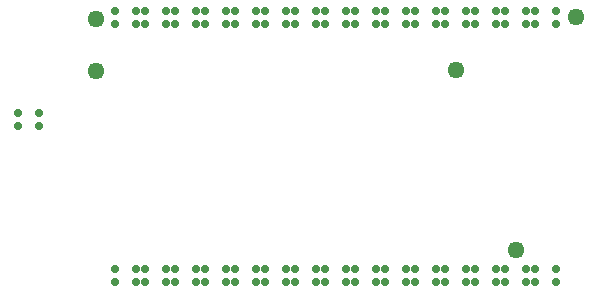
<source format=gts>
%TF.GenerationSoftware,KiCad,Pcbnew,7.0.5-0*%
%TF.CreationDate,2023-06-16T22:13:25-07:00*%
%TF.ProjectId,JumperlessLEDboard,4a756d70-6572-46c6-9573-734c4544626f,rev?*%
%TF.SameCoordinates,Original*%
%TF.FileFunction,Soldermask,Top*%
%TF.FilePolarity,Negative*%
%FSLAX46Y46*%
G04 Gerber Fmt 4.6, Leading zero omitted, Abs format (unit mm)*
G04 Created by KiCad (PCBNEW 7.0.5-0) date 2023-06-16 22:13:25*
%MOMM*%
%LPD*%
G01*
G04 APERTURE LIST*
G04 Aperture macros list*
%AMRoundRect*
0 Rectangle with rounded corners*
0 $1 Rounding radius*
0 $2 $3 $4 $5 $6 $7 $8 $9 X,Y pos of 4 corners*
0 Add a 4 corners polygon primitive as box body*
4,1,4,$2,$3,$4,$5,$6,$7,$8,$9,$2,$3,0*
0 Add four circle primitives for the rounded corners*
1,1,$1+$1,$2,$3*
1,1,$1+$1,$4,$5*
1,1,$1+$1,$6,$7*
1,1,$1+$1,$8,$9*
0 Add four rect primitives between the rounded corners*
20,1,$1+$1,$2,$3,$4,$5,0*
20,1,$1+$1,$4,$5,$6,$7,0*
20,1,$1+$1,$6,$7,$8,$9,0*
20,1,$1+$1,$8,$9,$2,$3,0*%
G04 Aperture macros list end*
%ADD10RoundRect,0.150000X0.150000X0.200000X-0.150000X0.200000X-0.150000X-0.200000X0.150000X-0.200000X0*%
%ADD11RoundRect,0.150000X-0.150000X-0.200000X0.150000X-0.200000X0.150000X0.200000X-0.150000X0.200000X0*%
%ADD12RoundRect,0.455000X-0.195000X-0.195000X0.195000X-0.195000X0.195000X0.195000X-0.195000X0.195000X0*%
G04 APERTURE END LIST*
D10*
%TO.C,D110*%
X106172000Y-85894000D03*
X106172000Y-84794000D03*
X104394000Y-84794000D03*
X104394000Y-85894000D03*
%TD*%
%TO.C,D121*%
X134112000Y-85894000D03*
X134112000Y-84794000D03*
X132334000Y-84794000D03*
X132334000Y-85894000D03*
%TD*%
%TO.C,D116*%
X121412000Y-85894000D03*
X121412000Y-84794000D03*
X119634000Y-84794000D03*
X119634000Y-85894000D03*
%TD*%
%TO.C,D111*%
X108712000Y-85894000D03*
X108712000Y-84794000D03*
X106934000Y-84794000D03*
X106934000Y-85894000D03*
%TD*%
%TO.C,D114*%
X116332000Y-85894000D03*
X116332000Y-84794000D03*
X114554000Y-84794000D03*
X114554000Y-85894000D03*
%TD*%
%TO.C,D107*%
X98552000Y-85894000D03*
X98552000Y-84794000D03*
X96774000Y-84794000D03*
X96774000Y-85894000D03*
%TD*%
%TO.C,D112*%
X111252000Y-85894000D03*
X111252000Y-84794000D03*
X109474000Y-84794000D03*
X109474000Y-85894000D03*
%TD*%
%TO.C,D115*%
X118872000Y-85894000D03*
X118872000Y-84794000D03*
X117094000Y-84794000D03*
X117094000Y-85894000D03*
%TD*%
%TO.C,D117*%
X123952000Y-85894000D03*
X123952000Y-84794000D03*
X122174000Y-84794000D03*
X122174000Y-85894000D03*
%TD*%
%TO.C,D113*%
X113792000Y-85894000D03*
X113792000Y-84794000D03*
X112014000Y-84794000D03*
X112014000Y-85894000D03*
%TD*%
%TO.C,D108*%
X101092000Y-85894000D03*
X101092000Y-84794000D03*
X99314000Y-84794000D03*
X99314000Y-85894000D03*
%TD*%
%TO.C,D119*%
X129032000Y-85894000D03*
X129032000Y-84794000D03*
X127254000Y-84794000D03*
X127254000Y-85894000D03*
%TD*%
%TO.C,D120*%
X131572000Y-85894000D03*
X131572000Y-84794000D03*
X129794000Y-84794000D03*
X129794000Y-85894000D03*
%TD*%
%TO.C,D118*%
X126492000Y-85894000D03*
X126492000Y-84794000D03*
X124714000Y-84794000D03*
X124714000Y-85894000D03*
%TD*%
%TO.C,D109*%
X103632000Y-85894000D03*
X103632000Y-84794000D03*
X101854000Y-84794000D03*
X101854000Y-85894000D03*
%TD*%
D11*
%TO.C,D102*%
X106934000Y-62950000D03*
X106934000Y-64050000D03*
X108712000Y-64050000D03*
X108712000Y-62950000D03*
%TD*%
%TO.C,D100*%
X112014000Y-62950000D03*
X112014000Y-64050000D03*
X113792000Y-64050000D03*
X113792000Y-62950000D03*
%TD*%
%TO.C,D104*%
X101854000Y-62950000D03*
X101854000Y-64050000D03*
X103632000Y-64050000D03*
X103632000Y-62950000D03*
%TD*%
%TO.C,D92*%
X132334000Y-62950000D03*
X132334000Y-64050000D03*
X134112000Y-64050000D03*
X134112000Y-62950000D03*
%TD*%
%TO.C,D97*%
X119634000Y-62950000D03*
X119634000Y-64050000D03*
X121412000Y-64050000D03*
X121412000Y-62950000D03*
%TD*%
%TO.C,D103*%
X104394000Y-62950000D03*
X104394000Y-64050000D03*
X106172000Y-64050000D03*
X106172000Y-62950000D03*
%TD*%
D10*
%TO.C,D122*%
X90297000Y-72686000D03*
X90297000Y-71586000D03*
X88519000Y-71586000D03*
X88519000Y-72686000D03*
%TD*%
D11*
%TO.C,D93*%
X129794000Y-62950000D03*
X129794000Y-64050000D03*
X131572000Y-64050000D03*
X131572000Y-62950000D03*
%TD*%
%TO.C,D105*%
X99314000Y-62950000D03*
X99314000Y-64050000D03*
X101092000Y-64050000D03*
X101092000Y-62950000D03*
%TD*%
%TO.C,D96*%
X122174000Y-62950000D03*
X122174000Y-64050000D03*
X123952000Y-64050000D03*
X123952000Y-62950000D03*
%TD*%
%TO.C,D94*%
X127254000Y-62950000D03*
X127254000Y-64050000D03*
X129032000Y-64050000D03*
X129032000Y-62950000D03*
%TD*%
%TO.C,D101*%
X109474000Y-62950000D03*
X109474000Y-64050000D03*
X111252000Y-64050000D03*
X111252000Y-62950000D03*
%TD*%
%TO.C,D95*%
X124714000Y-62950000D03*
X124714000Y-64050000D03*
X126492000Y-64050000D03*
X126492000Y-62950000D03*
%TD*%
%TO.C,D99*%
X114554000Y-62950000D03*
X114554000Y-64050000D03*
X116332000Y-64050000D03*
X116332000Y-62950000D03*
%TD*%
%TO.C,D106*%
X96774000Y-62950000D03*
X96774000Y-64050000D03*
X98552000Y-64050000D03*
X98552000Y-62950000D03*
%TD*%
%TO.C,D98*%
X117094000Y-62950000D03*
X117094000Y-64050000D03*
X118872000Y-64050000D03*
X118872000Y-62950000D03*
%TD*%
D12*
%TO.C,J9*%
X130683000Y-83235800D03*
%TD*%
%TO.C,J8*%
X95123000Y-63652400D03*
%TD*%
%TO.C,TP18*%
X135763000Y-63500000D03*
%TD*%
%TO.C,TP19*%
X95123000Y-68072000D03*
%TD*%
%TO.C,J10*%
X125603000Y-67995800D03*
%TD*%
M02*

</source>
